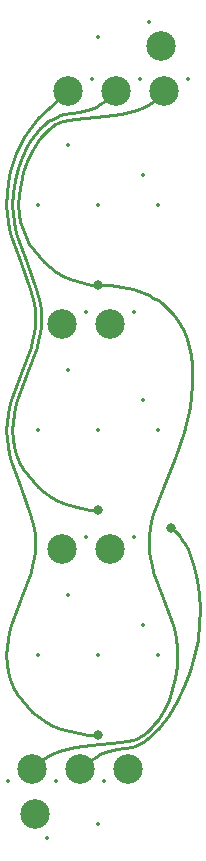
<source format=gbl>
%TF.GenerationSoftware,KiCad,Pcbnew,5.0.0+dfsg1-2*%
%TF.CreationDate,2019-02-10T19:26:03+01:00*%
%TF.ProjectId,yatara-puno-mx-3,7961746172612D70756E6F2D6D782D33,0.2*%
%TF.SameCoordinates,Original*%
%TF.FileFunction,Copper,L2,Bot,Signal*%
%TF.FilePolarity,Positive*%
%FSLAX46Y46*%
G04 Gerber Fmt 4.6, Leading zero omitted, Abs format (unit mm)*
G04 Created by KiCad (PCBNEW 5.0.0+dfsg1-2) date Sun Feb 10 19:26:03 2019*
%MOMM*%
%LPD*%
G01*
G04 APERTURE LIST*
%ADD10C,2.500000*%
%ADD11C,0.800000*%
%ADD12C,0.250000*%
%ADD13C,0.350000*%
G04 APERTURE END LIST*
D10*
X71460000Y-33398000D03*
X79588000Y-33398000D03*
X75524000Y-33398000D03*
X76538000Y-90802000D03*
X72476000Y-90802000D03*
X68410000Y-90802000D03*
X79334000Y-29588000D03*
X68664000Y-94612000D03*
X75016000Y-72133000D03*
X70952000Y-53083000D03*
X75016000Y-53083000D03*
X70952000Y-72133000D03*
D11*
X74000000Y-49781000D03*
X74000000Y-68831000D03*
X80223000Y-70355000D03*
X74000000Y-87881000D03*
D12*
X73401000Y-49747000D02*
X74000000Y-49781000D01*
X72799000Y-49648000D02*
X73401000Y-49747000D01*
X72200000Y-49486000D02*
X72799000Y-49648000D01*
X71609000Y-49265000D02*
X72200000Y-49486000D01*
X71032000Y-48987000D02*
X71609000Y-49265000D01*
X70475000Y-48656000D02*
X71032000Y-48987000D01*
X69944000Y-48274000D02*
X70475000Y-48656000D01*
X69444000Y-47844000D02*
X69944000Y-48274000D01*
X68981000Y-47370000D02*
X69444000Y-47844000D01*
X68562000Y-46854000D02*
X68981000Y-47370000D01*
X68191000Y-46299000D02*
X68562000Y-46854000D01*
X67874000Y-45709000D02*
X68191000Y-46299000D01*
X67618000Y-45086000D02*
X67874000Y-45709000D01*
X67428000Y-44433000D02*
X67618000Y-45086000D01*
X67310000Y-43753000D02*
X67428000Y-44433000D01*
X67269000Y-43050000D02*
X67310000Y-43753000D01*
X79335000Y-33672000D02*
X79588000Y-33398000D01*
X79070000Y-33920000D02*
X79335000Y-33672000D01*
X78794000Y-34144000D02*
X79070000Y-33920000D01*
X78508000Y-34345000D02*
X78794000Y-34144000D01*
X78212000Y-34525000D02*
X78508000Y-34345000D01*
X77908000Y-34684000D02*
X78212000Y-34525000D01*
X77279000Y-34949000D02*
X77908000Y-34684000D01*
X76627000Y-35150000D02*
X77279000Y-34949000D01*
X75962000Y-35299000D02*
X76627000Y-35150000D01*
X74618000Y-35482000D02*
X75962000Y-35299000D01*
X72092000Y-35704000D02*
X74618000Y-35482000D01*
X71539000Y-35793000D02*
X72092000Y-35704000D01*
X71033000Y-35918000D02*
X71539000Y-35793000D01*
X70800000Y-35997000D02*
X71033000Y-35918000D01*
X70581000Y-36090000D02*
X70800000Y-35997000D01*
X70377000Y-36196000D02*
X70581000Y-36090000D01*
X70190000Y-36319000D02*
X70377000Y-36196000D01*
X69843000Y-36598000D02*
X70190000Y-36319000D01*
X69518000Y-36910000D02*
X69843000Y-36598000D01*
X69213000Y-37252000D02*
X69518000Y-36910000D01*
X68930000Y-37621000D02*
X69213000Y-37252000D01*
X68668000Y-38013000D02*
X68930000Y-37621000D01*
X68429000Y-38426000D02*
X68668000Y-38013000D01*
X68015000Y-39304000D02*
X68429000Y-38426000D01*
X67691000Y-40228000D02*
X68015000Y-39304000D01*
X67458000Y-41177000D02*
X67691000Y-40228000D01*
X67316000Y-42125000D02*
X67458000Y-41177000D01*
X67269000Y-43050000D02*
X67316000Y-42125000D01*
X68665000Y-90528000D02*
X68412000Y-90802000D01*
X68930000Y-90280000D02*
X68665000Y-90528000D01*
X69206000Y-90056000D02*
X68930000Y-90280000D01*
X69492000Y-89855000D02*
X69206000Y-90056000D01*
X69788000Y-89675000D02*
X69492000Y-89855000D01*
X70092000Y-89515000D02*
X69788000Y-89675000D01*
X70721000Y-89250000D02*
X70092000Y-89515000D01*
X71373000Y-89049000D02*
X70721000Y-89250000D01*
X72038000Y-88901000D02*
X71373000Y-89049000D01*
X73382000Y-88717000D02*
X72038000Y-88901000D01*
X75908000Y-88496000D02*
X73382000Y-88717000D01*
X76461000Y-88407000D02*
X75908000Y-88496000D01*
X76967000Y-88282000D02*
X76461000Y-88407000D01*
X77200000Y-88202000D02*
X76967000Y-88282000D01*
X77419000Y-88110000D02*
X77200000Y-88202000D01*
X77623000Y-88003000D02*
X77419000Y-88110000D01*
X77810000Y-87881000D02*
X77623000Y-88003000D01*
X78157000Y-87601000D02*
X77810000Y-87881000D01*
X78482000Y-87289000D02*
X78157000Y-87601000D01*
X78787000Y-86947000D02*
X78482000Y-87289000D01*
X79070000Y-86579000D02*
X78787000Y-86947000D01*
X79332000Y-86186000D02*
X79070000Y-86579000D01*
X79571000Y-85773000D02*
X79332000Y-86186000D01*
X79985000Y-84896000D02*
X79571000Y-85773000D01*
X80309000Y-83971000D02*
X79985000Y-84896000D01*
X80542000Y-83023000D02*
X80309000Y-83971000D01*
X80684000Y-82074000D02*
X80542000Y-83023000D01*
X80731000Y-81150000D02*
X80684000Y-82074000D01*
X80701000Y-80448000D02*
X80728000Y-81143000D01*
X80625000Y-79788000D02*
X80701000Y-80448000D01*
X80507000Y-79158000D02*
X80625000Y-79788000D01*
X80354000Y-78554000D02*
X80507000Y-79158000D01*
X79529000Y-76303000D02*
X80354000Y-78554000D01*
X78701000Y-74090000D02*
X79529000Y-76303000D01*
X78545000Y-73508000D02*
X78701000Y-74090000D01*
X78425000Y-72905000D02*
X78545000Y-73508000D01*
X78346000Y-72277000D02*
X78425000Y-72905000D01*
X78315000Y-71618000D02*
X78346000Y-72277000D01*
X78339000Y-70960000D02*
X78315000Y-71618000D01*
X78413000Y-70331000D02*
X78339000Y-70960000D01*
X78530000Y-69729000D02*
X78413000Y-70331000D01*
X78684000Y-69147000D02*
X78530000Y-69729000D01*
X79514000Y-66934000D02*
X78684000Y-69147000D01*
X80536000Y-64474000D02*
X79514000Y-66934000D01*
X81280000Y-62204000D02*
X80536000Y-64474000D01*
X81758000Y-60124000D02*
X81280000Y-62204000D01*
X81984000Y-58233000D02*
X81758000Y-60124000D01*
X82006000Y-57359000D02*
X81984000Y-58233000D01*
X81970000Y-56533000D02*
X82006000Y-57359000D01*
X81876000Y-55755000D02*
X81970000Y-56533000D01*
X81726000Y-55023000D02*
X81876000Y-55755000D01*
X81523000Y-54340000D02*
X81726000Y-55023000D01*
X81267000Y-53704000D02*
X81523000Y-54340000D01*
X80960000Y-53116000D02*
X81267000Y-53704000D01*
X80604000Y-52575000D02*
X80960000Y-53116000D01*
X80335000Y-52236000D02*
X80604000Y-52575000D01*
X80046000Y-51919000D02*
X80335000Y-52236000D01*
X79735000Y-51624000D02*
X80046000Y-51919000D01*
X79403000Y-51350000D02*
X79735000Y-51624000D01*
X79051000Y-51099000D02*
X79403000Y-51350000D01*
X78680000Y-50869000D02*
X79051000Y-51099000D01*
X78290000Y-50661000D02*
X78680000Y-50869000D01*
X77881000Y-50475000D02*
X78290000Y-50661000D01*
X77010000Y-50168000D02*
X77881000Y-50475000D01*
X76069000Y-49950000D02*
X77010000Y-50168000D01*
X75064000Y-49818000D02*
X76069000Y-49950000D01*
X73997000Y-49774000D02*
X75064000Y-49818000D01*
X66788000Y-43745000D02*
X66761000Y-43050000D01*
X66864000Y-44405000D02*
X66788000Y-43745000D01*
X66982000Y-45035000D02*
X66864000Y-44405000D01*
X67135000Y-45639000D02*
X66982000Y-45035000D01*
X67960000Y-47891000D02*
X67135000Y-45639000D01*
X68788000Y-50103000D02*
X67960000Y-47891000D01*
X68944000Y-50685000D02*
X68788000Y-50103000D01*
X69064000Y-51288000D02*
X68944000Y-50685000D01*
X69144000Y-51916000D02*
X69064000Y-51288000D01*
X69174000Y-52575000D02*
X69144000Y-51916000D01*
X69150000Y-53234000D02*
X69174000Y-52575000D01*
X69076000Y-53862000D02*
X69150000Y-53234000D01*
X68959000Y-54465000D02*
X69076000Y-53862000D01*
X68806000Y-55047000D02*
X68959000Y-54465000D01*
X67975000Y-57259000D02*
X68806000Y-55047000D01*
X67141000Y-59511000D02*
X67975000Y-57259000D01*
X66985000Y-60115000D02*
X67141000Y-59511000D01*
X66866000Y-60745000D02*
X66985000Y-60115000D01*
X66788000Y-61405000D02*
X66866000Y-60745000D01*
X66761000Y-62100000D02*
X66788000Y-61405000D01*
X75056000Y-33836000D02*
X75524000Y-33398000D01*
X74616000Y-34191000D02*
X75056000Y-33836000D01*
X74202000Y-34471000D02*
X74616000Y-34191000D01*
X73810000Y-34687000D02*
X74202000Y-34471000D01*
X73439000Y-34849000D02*
X73810000Y-34687000D01*
X73084000Y-34967000D02*
X73439000Y-34849000D01*
X72413000Y-35112000D02*
X73084000Y-34967000D01*
X71143000Y-35315000D02*
X72413000Y-35112000D01*
X70823000Y-35406000D02*
X71143000Y-35315000D01*
X70496000Y-35534000D02*
X70823000Y-35406000D01*
X70159000Y-35708000D02*
X70496000Y-35534000D01*
X69809000Y-35938000D02*
X70159000Y-35708000D01*
X69461000Y-36216000D02*
X69809000Y-35938000D01*
X69131000Y-36525000D02*
X69461000Y-36216000D01*
X68820000Y-36863000D02*
X69131000Y-36525000D01*
X68529000Y-37228000D02*
X68820000Y-36863000D01*
X68258000Y-37618000D02*
X68529000Y-37228000D01*
X68007000Y-38032000D02*
X68258000Y-37618000D01*
X67571000Y-38923000D02*
X68007000Y-38032000D01*
X67223000Y-39884000D02*
X67571000Y-38923000D01*
X66969000Y-40903000D02*
X67223000Y-39884000D01*
X66814000Y-41963000D02*
X66969000Y-40903000D01*
X66761000Y-43050000D02*
X66814000Y-41963000D01*
X73291000Y-68797000D02*
X74000000Y-68831000D01*
X72595000Y-68698000D02*
X73291000Y-68797000D01*
X71917000Y-68536000D02*
X72595000Y-68698000D01*
X71262000Y-68315000D02*
X71917000Y-68536000D01*
X70633000Y-68037000D02*
X71262000Y-68315000D01*
X70035000Y-67706000D02*
X70633000Y-68037000D01*
X69473000Y-67324000D02*
X70035000Y-67706000D01*
X68952000Y-66894000D02*
X69473000Y-67324000D01*
X68475000Y-66420000D02*
X68952000Y-66894000D01*
X68047000Y-65904000D02*
X68475000Y-66420000D01*
X67673000Y-65349000D02*
X68047000Y-65904000D01*
X67356000Y-64759000D02*
X67673000Y-65349000D01*
X67103000Y-64136000D02*
X67356000Y-64759000D01*
X66916000Y-63483000D02*
X67103000Y-64136000D01*
X66800000Y-62803000D02*
X66916000Y-63483000D01*
X66761000Y-62100000D02*
X66800000Y-62803000D01*
X72944000Y-90363000D02*
X72476000Y-90802000D01*
X73384000Y-90009000D02*
X72944000Y-90363000D01*
X73798000Y-89729000D02*
X73384000Y-90009000D01*
X74190000Y-89513000D02*
X73798000Y-89729000D01*
X74561000Y-89351000D02*
X74190000Y-89513000D01*
X74916000Y-89232000D02*
X74561000Y-89351000D01*
X75587000Y-89088000D02*
X74916000Y-89232000D01*
X76857000Y-88885000D02*
X75587000Y-89088000D01*
X77177000Y-88794000D02*
X76857000Y-88885000D01*
X77504000Y-88666000D02*
X77177000Y-88794000D01*
X77841000Y-88492000D02*
X77504000Y-88666000D01*
X78191000Y-88262000D02*
X77841000Y-88492000D01*
X79153000Y-87277000D02*
X78191000Y-88262000D01*
X79992000Y-86189000D02*
X79153000Y-87277000D01*
X80711000Y-85017000D02*
X79992000Y-86189000D01*
X81312000Y-83779000D02*
X80711000Y-85017000D01*
X81798000Y-82492000D02*
X81312000Y-83779000D01*
X82171000Y-81175000D02*
X81798000Y-82492000D01*
X82434000Y-79847000D02*
X82171000Y-81175000D01*
X82588000Y-78524000D02*
X82434000Y-79847000D01*
X82637000Y-77227000D02*
X82588000Y-78524000D01*
X82583000Y-75971000D02*
X82637000Y-77227000D01*
X82427000Y-74777000D02*
X82583000Y-75971000D01*
X82174000Y-73662000D02*
X82427000Y-74777000D01*
X81824000Y-72644000D02*
X82174000Y-73662000D01*
X81614000Y-72177000D02*
X81824000Y-72644000D01*
X81381000Y-71741000D02*
X81614000Y-72177000D01*
X81125000Y-71339000D02*
X81381000Y-71741000D01*
X80846000Y-70972000D02*
X81125000Y-71339000D01*
X80546000Y-70644000D02*
X80846000Y-70972000D01*
X80223000Y-70355000D02*
X80546000Y-70644000D01*
X69825000Y-34771000D02*
X71460000Y-33398000D01*
X68957000Y-35641000D02*
X69825000Y-34771000D01*
X68127000Y-36675000D02*
X68957000Y-35641000D01*
X67742000Y-37263000D02*
X68127000Y-36675000D01*
X67387000Y-37902000D02*
X67742000Y-37263000D01*
X67069000Y-38598000D02*
X67387000Y-37902000D01*
X66793000Y-39354000D02*
X67069000Y-38598000D01*
X66567000Y-40173000D02*
X66793000Y-39354000D01*
X66397000Y-41059000D02*
X66567000Y-40173000D01*
X66290000Y-42017000D02*
X66397000Y-41059000D01*
X66253000Y-43050000D02*
X66290000Y-42017000D01*
X66280000Y-62795000D02*
X66253000Y-62100000D01*
X66356000Y-63455000D02*
X66280000Y-62795000D01*
X66474000Y-64085000D02*
X66356000Y-63455000D01*
X66627000Y-64689000D02*
X66474000Y-64085000D01*
X67452000Y-66941000D02*
X66627000Y-64689000D01*
X68280000Y-69153000D02*
X67452000Y-66941000D01*
X68436000Y-69735000D02*
X68280000Y-69153000D01*
X68556000Y-70338000D02*
X68436000Y-69735000D01*
X68636000Y-70966000D02*
X68556000Y-70338000D01*
X68666000Y-71625000D02*
X68636000Y-70966000D01*
X68642000Y-72284000D02*
X68666000Y-71625000D01*
X68568000Y-72912000D02*
X68642000Y-72284000D01*
X68451000Y-73515000D02*
X68568000Y-72912000D01*
X68298000Y-74097000D02*
X68451000Y-73515000D01*
X67467000Y-76309000D02*
X68298000Y-74097000D01*
X66633000Y-78561000D02*
X67467000Y-76309000D01*
X66477000Y-79165000D02*
X66633000Y-78561000D01*
X66358000Y-79795000D02*
X66477000Y-79165000D01*
X66280000Y-80455000D02*
X66358000Y-79795000D01*
X66253000Y-81150000D02*
X66280000Y-80455000D01*
X66280000Y-43745000D02*
X66253000Y-43050000D01*
X66356000Y-44405000D02*
X66280000Y-43745000D01*
X66474000Y-45035000D02*
X66356000Y-44405000D01*
X66627000Y-45639000D02*
X66474000Y-45035000D01*
X67452000Y-47891000D02*
X66627000Y-45639000D01*
X68280000Y-50103000D02*
X67452000Y-47891000D01*
X68436000Y-50685000D02*
X68280000Y-50103000D01*
X68556000Y-51288000D02*
X68436000Y-50685000D01*
X68636000Y-51916000D02*
X68556000Y-51288000D01*
X68666000Y-52575000D02*
X68636000Y-51916000D01*
X68642000Y-53234000D02*
X68666000Y-52575000D01*
X68568000Y-53862000D02*
X68642000Y-53234000D01*
X68451000Y-54465000D02*
X68568000Y-53862000D01*
X68298000Y-55047000D02*
X68451000Y-54465000D01*
X67467000Y-57259000D02*
X68298000Y-55047000D01*
X66633000Y-59511000D02*
X67467000Y-57259000D01*
X66477000Y-60115000D02*
X66633000Y-59511000D01*
X66358000Y-60745000D02*
X66477000Y-60115000D01*
X66280000Y-61405000D02*
X66358000Y-60745000D01*
X66253000Y-62100000D02*
X66280000Y-61405000D01*
X73180000Y-87847000D02*
X74000000Y-87881000D01*
X72391000Y-87748000D02*
X73180000Y-87847000D01*
X71634000Y-87586000D02*
X72391000Y-87748000D01*
X70914000Y-87365000D02*
X71634000Y-87586000D01*
X70234000Y-87087000D02*
X70914000Y-87365000D01*
X69595000Y-86756000D02*
X70234000Y-87087000D01*
X69003000Y-86374000D02*
X69595000Y-86756000D01*
X68460000Y-85944000D02*
X69003000Y-86374000D01*
X67968000Y-85470000D02*
X68460000Y-85944000D01*
X67532000Y-84954000D02*
X67968000Y-85470000D01*
X67154000Y-84399000D02*
X67532000Y-84954000D01*
X66838000Y-83809000D02*
X67154000Y-84399000D01*
X66587000Y-83186000D02*
X66838000Y-83809000D01*
X66404000Y-82533000D02*
X66587000Y-83186000D01*
X66291000Y-81853000D02*
X66404000Y-82533000D01*
X66253000Y-81150000D02*
X66291000Y-81853000D01*
D13*
X74000000Y-49781000D03*
X74000000Y-68831000D03*
X80223000Y-70355000D03*
X74000000Y-87881000D03*
X71460000Y-33398000D03*
X79588000Y-33398000D03*
X75524000Y-33398000D03*
X77810000Y-40510000D03*
X71460000Y-37970000D03*
X68920000Y-43050000D03*
X79080000Y-43050000D03*
X74000000Y-43050000D03*
X77810000Y-78610000D03*
X71460000Y-76070000D03*
X68920000Y-81150000D03*
X79080000Y-81150000D03*
X74000000Y-81150000D03*
X74000000Y-62100000D03*
X79080000Y-62100000D03*
X68920000Y-62100000D03*
X71460000Y-57020000D03*
X77810000Y-59560000D03*
X76538000Y-90802000D03*
X72476000Y-90802000D03*
X68410000Y-90802000D03*
X79334000Y-29588000D03*
X68664000Y-94612000D03*
X75016000Y-72133000D03*
X70952000Y-53083000D03*
X75016000Y-53083000D03*
X70952000Y-72133000D03*
X77048000Y-52067000D03*
X72984000Y-52067000D03*
X77048000Y-71117000D03*
X72984000Y-71117000D03*
X69682000Y-96644000D03*
X66380000Y-91818000D03*
X74508000Y-91818000D03*
X70444000Y-91818000D03*
X81620000Y-32382000D03*
X77556000Y-32382000D03*
X73492000Y-32382000D03*
X74000000Y-95437500D03*
X74000000Y-28762500D03*
X78318000Y-27556000D03*
M02*

</source>
